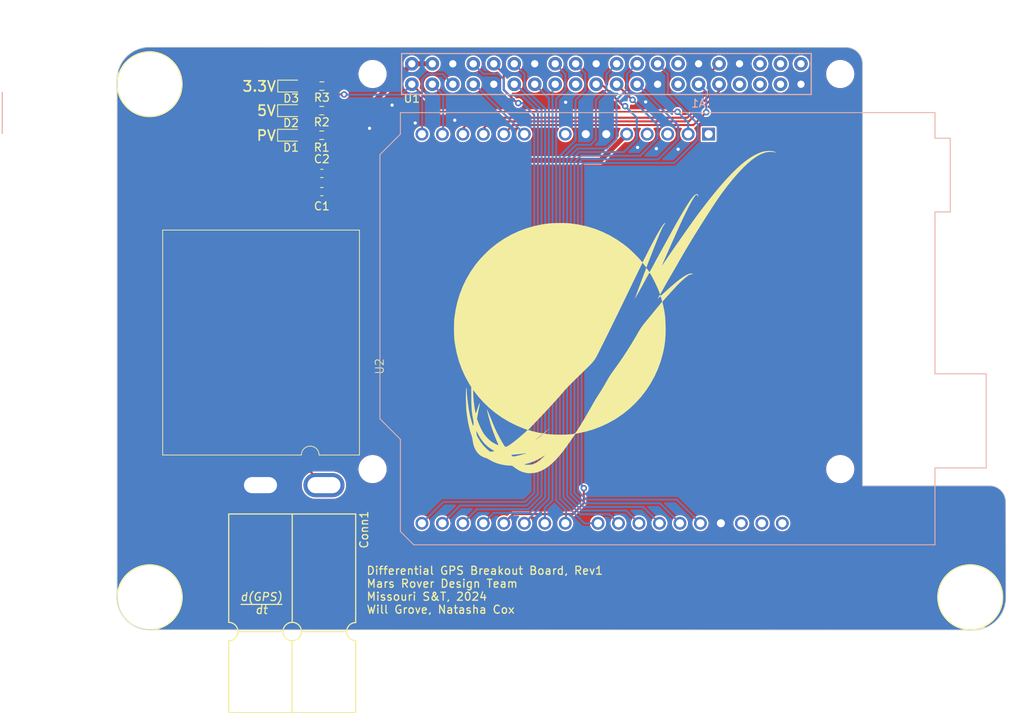
<source format=kicad_pcb>
(kicad_pcb (version 20221018) (generator pcbnew)
  (layers (0 "F.Cu" signal) (31 "B.Cu" signal) (34 "B.Paste" user) (35 "F.Paste" user) (36 "B.SilkS" user "B.Silkscreen") (37 "F.SilkS" user "F.Silkscreen") (38 "B.Mask" user) (39 "F.Mask" user) (44 "Edge.Cuts" user))
  (net 0 "")
  (net 2 "+3V3")
  (net 5 "+5V")
  (net 6 "GND")
  (net 8 "A0")
  (net 9 "A1")
  (net 10 "A2")
  (net 11 "A3")
  (net 12 "A4")
  (net 13 "A5")
  (net 14 "D0")
  (net 15 "D1")
  (net 16 "D2")
  (net 17 "D3")
  (net 18 "D4")
  (net 19 "D5")
  (net 20 "D6")
  (net 21 "D7")
  (net 22 "D8")
  (net 23 "D9")
  (net 24 "D10")
  (net 25 "D11")
  (net 26 "D12")
  (net 27 "D13")
  (net 31 "Net-(D1-A)")
  (net 32 "Net-(D2-A)")
  (net 33 "Net-(D3-A)")
  (net 34 "VCC")
  (footprint "MRDT_Drill_Holes:4_40_Hole_Corner" (layer "F.Cu") (at 45.88188 114.24812)
    (fp_text reference "H1" hide)
    (fp_text value "MountingHole" hide)
    (pad "" np_thru_hole circle (at 4.00812 -4.00812) (size 2.9464 2.9464) (drill 2.9464) (layers "*.Cu" "*.Mask") (clearance 2.5))
  )
  (footprint "MRDT_Connectors:Square_Anderson_2_H_Side_By_Side" (layer "F.Cu") (at 63.077 95.9562 90)
    (fp_text reference "Conn1" (at -5.9 13.4 90) (layer "F.SilkS"))
    (fp_text value "AndersonPP")
    (pad "1" thru_hole oval (at -0.3746 0.55 90) (size 3 5.1) (drill oval 2 4.1) (layers "*.Cu" "*.Mask" "F.Paste") (net 6 "GND"))
    (pad "2" thru_hole oval (at -0.3746 8.424 90) (size 3 5.1) (drill oval 2 4.1) (layers "*.Cu" "*.Mask" "F.Paste") (net 34 "VCC"))
  )
  (footprint "MRDT_Silkscreens:0_MRDT_Logo_40mm" (layer "F.Cu") (at 107.6 74.87)
    (fp_text reference "G***" hide)
    (fp_text value "LOGO" hide)
  )
  (footprint "Diode_SMD:D_0603_1608Metric_Pad1.05x0.95mm_HandSolder" (layer "F.Cu") (at 67.4135 49.8875)
    (fp_text reference "D2" (at 0 1.524) (layer "F.SilkS"))
    (fp_text value "GREEN")
    (pad "1" smd roundrect (at -0.875 0) (size 1.05 0.95) (layers "F.Cu" "F.Paste" "F.Mask") (net 6 "GND"))
    (pad "2" smd roundrect (at 0.875 0) (size 1.05 0.95) (layers "F.Cu" "F.Paste" "F.Mask") (net 32 "Net-(D2-A)"))
  )
  (footprint "Resistor_SMD:R_0603_1608Metric_Pad0.98x0.95mm_HandSolder" (layer "F.Cu") (at 71.2235 52.9355)
    (fp_text reference "R1" (at 0 1.524) (layer "F.SilkS"))
    (fp_text value "3k")
    (pad "1" smd roundrect (at -0.9125 0) (size 0.975 0.95) (layers "F.Cu" "F.Paste" "F.Mask") (net 31 "Net-(D1-A)"))
    (pad "2" smd roundrect (at 0.9125 0) (size 0.975 0.95) (layers "F.Cu" "F.Paste" "F.Mask") (net 34 "VCC"))
  )
  (footprint "Diode_SMD:D_0603_1608Metric_Pad1.05x0.95mm_HandSolder" (layer "F.Cu") (at 67.4135 52.9355)
    (fp_text reference "D1" (at 0 1.524) (layer "F.SilkS"))
    (fp_text value "GREEN")
    (pad "1" smd roundrect (at -0.875 0) (size 1.05 0.95) (layers "F.Cu" "F.Paste" "F.Mask") (net 6 "GND"))
    (pad "2" smd roundrect (at 0.875 0) (size 1.05 0.95) (layers "F.Cu" "F.Paste" "F.Mask") (net 31 "Net-(D1-A)"))
  )
  (footprint "Capacitor_SMD:C_0603_1608Metric_Pad1.08x0.95mm_HandSolder" (layer "F.Cu") (at 71.2375 59.931)
    (fp_text reference "C2" (at 0 -4.034) (layer "F.SilkS"))
    (fp_text value "10uF")
    (pad "1" smd roundrect (at -0.8625 0) (size 1.075 0.95) (layers "F.Cu" "F.Paste" "F.Mask") (net 6 "GND"))
    (pad "2" smd roundrect (at 0.8625 0) (size 1.075 0.95) (layers "F.Cu" "F.Paste" "F.Mask") (net 5 "+5V"))
  )
  (footprint "MRDT_Shields:RaspberryPi_THT_BOTTOM" (layer "F.Cu") (at 31.601 95.889)
    (fp_text reference "U1" (at 50.8 -47.506) (layer "F.SilkS"))
    (fp_text value "Raspberry_Pi")
    (pad "" np_thru_hole circle (at 45.93 -50.546) (size 3 3) (drill 3) (layers "*.Cu" "*.Mask"))
    (pad "" np_thru_hole circle (at 45.93 -1.546) (size 3 3) (drill 3) (layers "*.Cu" "*.Mask"))
    (pad "" np_thru_hole circle (at 103.93 -50.546) (size 3 3) (drill 3) (layers "*.Cu" "*.Mask"))
    (pad "" np_thru_hole circle (at 103.93 -1.546) (size 3 3) (drill 3) (layers "*.Cu" "*.Mask"))
    (pad "1" thru_hole circle (at 50.8 -49.276) (size 1.7 1.7) (drill 0.9) (layers "*.Cu" "*.Mask") (net 2 "+3V3"))
    (pad "2" thru_hole circle (at 50.8 -51.816) (size 1.7 1.7) (drill 0.9) (layers "*.Cu" "*.Mask") (net 5 "+5V"))
    (pad "3" thru_hole circle (at 53.34 -49.276) (size 1.7 1.7) (drill 0.9) (layers "*.Cu" "*.Mask") (net 12 "A4"))
    (pad "4" thru_hole circle (at 53.34 -51.816) (size 1.7 1.7) (drill 0.9) (layers "*.Cu" "*.Mask") (net 5 "+5V"))
    (pad "5" thru_hole circle (at 55.88 -49.276) (size 1.7 1.7) (drill 0.9) (layers "*.Cu" "*.Mask") (net 13 "A5"))
    (pad "6" thru_hole circle (at 55.88 -51.816) (size 1.7 1.7) (drill 0.9) (layers "*.Cu" "*.Mask") (net 6 "GND"))
    (pad "7" thru_hole circle (at 58.42 -49.276) (size 1.7 1.7) (drill 0.9) (layers "*.Cu" "*.Mask") (net 8 "A0"))
    (pad "8" thru_hole circle (at 58.42 -51.816) (size 1.7 1.7) (drill 0.9) (layers "*.Cu" "*.Mask") (net 15 "D1"))
    (pad "9" thru_hole circle (at 60.96 -49.276) (size 1.7 1.7) (drill 0.9) (layers "*.Cu" "*.Mask") (net 6 "GND"))
    (pad "10" thru_hole circle (at 60.96 -51.816) (size 1.7 1.7) (drill 0.9) (layers "*.Cu" "*.Mask") (net 14 "D0"))
    (pad "11" thru_hole circle (at 63.5 -49.276) (size 1.7 1.7) (drill 0.9) (layers "*.Cu" "*.Mask") (net 16 "D2"))
    (pad "12" thru_hole circle (at 63.5 -51.816) (size 1.7 1.7) (drill 0.9) (layers "*.Cu" "*.Mask") (net 17 "D3"))
    (pad "13" thru_hole circle (at 66.04 -49.276) (size 1.7 1.7) (drill 0.9) (layers "*.Cu" "*.Mask") (net 19 "D5"))
    (pad "14" thru_hole circle (at 66.04 -51.816) (size 1.7 1.7) (drill 0.9) (layers "*.Cu" "*.Mask") (net 6 "GND"))
    (pad "15" thru_hole circle (at 68.58 -49.276) (size 1.7 1.7) (drill 0.9) (layers "*.Cu" "*.Mask") (net 20 "D6"))
    (pad "16" thru_hole circle (at 68.58 -51.816) (size 1.7 1.7) (drill 0.9) (layers "*.Cu" "*.Mask") (net 21 "D7"))
    (pad "17" thru_hole circle (at 71.12 -49.276) (size 1.7 1.7) (drill 0.9) (layers "*.Cu" "*.Mask"))
    (pad "18" thru_hole circle (at 71.12 -51.816) (size 1.7 1.7) (drill 0.9) (layers "*.Cu" "*.Mask") (net 22 "D8"))
    (pad "19" thru_hole circle (at 73.66 -49.276) (size 1.7 1.7) (drill 0.9) (layers "*.Cu" "*.Mask") (net 25 "D11"))
    (pad "20" thru_hole circle (at 73.66 -51.816) (size 1.7 1.7) (drill 0.9) (layers "*.Cu" "*.Mask") (net 6 "GND"))
    (pad "21" thru_hole circle (at 76.2 -49.276) (size 1.7 1.7) (drill 0.9) (layers "*.Cu" "*.Mask") (net 26 "D12"))
    (pad "22" thru_hole circle (at 76.2 -51.816) (size 1.7 1.7) (drill 0.9) (layers "*.Cu" "*.Mask") (net 23 "D9"))
    (pad "23" thru_hole circle (at 78.74 -49.276) (size 1.7 1.7) (drill 0.9) (layers "*.Cu" "*.Mask") (net 27 "D13"))
    (pad "24" thru_hole circle (at 78.74 -51.816) (size 1.7 1.7) (drill 0.9) (layers "*.Cu" "*.Mask") (net 24 "D10"))
    (pad "25" thru_hole circle (at 81.28 -49.276) (size 1.7 1.7) (drill 0.9) (layers "*.Cu" "*.Mask") (net 6 "GND"))
    (pad "26" thru_hole circle (at 81.28 -51.816) (size 1.7 1.7) (drill 0.9) (layers "*.Cu" "*.Mask") (net 18 "D4"))
    (pad "27" thru_hole circle (at 83.82 -49.276) (size 1.7 1.7) (drill 0.9) (layers "*.Cu" "*.Mask"))
    (pad "28" thru_hole circle (at 83.82 -51.816) (size 1.7 1.7) (drill 0.9) (layers "*.Cu" "*.Mask"))
    (pad "29" thru_hole circle (at 86.36 -49.276) (size 1.7 1.7) (drill 0.9) (layers "*.Cu" "*.Mask") (net 9 "A1"))
    (pad "30" thru_hole circle (at 86.36 -51.816) (size 1.7 1.7) (drill 0.9) (layers "*.Cu" "*.Mask") (net 6 "GND"))
    (pad "31" thru_hole circle (at 88.9 -49.276) (size 1.7 1.7) (drill 0.9) (layers "*.Cu" "*.Mask") (net 10 "A2"))
    (pad "32" thru_hole circle (at 88.9 -51.816) (size 1.7 1.7) (drill 0.9) (layers "*.Cu" "*.Mask") (net 11 "A3"))
    (pad "33" thru_hole circle (at 91.44 -49.276) (size 1.7 1.7) (drill 0.9) (layers "*.Cu" "*.Mask"))
    (pad "34" thru_hole circle (at 91.44 -51.816) (size 1.7 1.7) (drill 0.9) (layers "*.Cu" "*.Mask") (net 6 "GND"))
    (pad "35" thru_hole circle (at 93.98 -49.276) (size 1.7 1.7) (drill 0.9) (layers "*.Cu" "*.Mask"))
    (pad "36" thru_hole circle (at 93.98 -51.816) (size 1.7 1.7) (drill 0.9) (layers "*.Cu" "*.Mask"))
    (pad "37" thru_hole circle (at 96.52 -49.276) (size 1.7 1.7) (drill 0.9) (layers "*.Cu" "*.Mask"))
    (pad "38" thru_hole circle (at 96.52 -51.816) (size 1.7 1.7) (drill 0.9) (layers "*.Cu" "*.Mask"))
    (pad "39" thru_hole circle (at 99.06 -49.276) (size 1.7 1.7) (drill 0.9) (layers "*.Cu" "*.Mask") (net 6 "GND"))
    (pad "40" thru_hole circle (at 99.06 -51.816) (size 1.7 1.7) (drill 0.9) (layers "*.Cu" "*.Mask"))
  )
  (footprint "MRDT_Drill_Holes:4_40_Hole_Corner" (layer "F.Cu") (at 53.8857 50.6157 90)
    (fp_text reference "H2" hide)
    (fp_text value "MountingHole" hide)
    (pad "" np_thru_hole circle (at 4.00812 -4.00812 90) (size 2.9464 2.9464) (drill 2.9464) (layers "*.Cu" "*.Mask") (clearance 2.5))
  )
  (footprint "Diode_SMD:D_0603_1608Metric_Pad1.05x0.95mm_HandSolder" (layer "F.Cu") (at 67.43225 46.8395)
    (fp_text reference "D3" (at 0 1.524) (layer "F.SilkS"))
    (fp_text value "GREEN")
    (pad "1" smd roundrect (at -0.875 0) (size 1.05 0.95) (layers "F.Cu" "F.Paste" "F.Mask") (net 6 "GND"))
    (pad "2" smd roundrect (at 0.875 0) (size 1.05 0.95) (layers "F.Cu" "F.Paste" "F.Mask") (net 33 "Net-(D3-A)"))
  )
  (footprint "Resistor_SMD:R_0603_1608Metric_Pad0.98x0.95mm_HandSolder" (layer "F.Cu") (at 71.2235 49.8875 180)
    (fp_text reference "R2" (at 0 -1.43) (layer "F.SilkS"))
    (fp_text value "300")
    (pad "1" smd roundrect (at -0.9125 0 180) (size 0.975 0.95) (layers "F.Cu" "F.Paste" "F.Mask") (net 5 "+5V"))
    (pad "2" smd roundrect (at 0.9125 0 180) (size 0.975 0.95) (layers "F.Cu" "F.Paste" "F.Mask") (net 32 "Net-(D2-A)"))
  )
  (footprint "MRDT_Drill_Holes:4_40_Hole_Corner" (layer "F.Cu") (at 155.6653 114.24412 90)
    (fp_text reference "H3" hide)
    (fp_text value "MountingHole" hide)
    (pad "" np_thru_hole circle (at 4.00812 -4.00812 90) (size 2.9464 2.9464) (drill 2.9464) (layers "*.Cu" "*.Mask") (clearance 2.5))
  )
  (footprint "Capacitor_SMD:C_0603_1608Metric_Pad1.08x0.95mm_HandSolder" (layer "F.Cu") (at 71.2375 57.675 180)
    (fp_text reference "C1" (at 0 -4.064) (layer "F.SilkS"))
    (fp_text value "10uF")
    (pad "1" smd roundrect (at -0.8625 0 180) (size 1.075 0.95) (layers "F.Cu" "F.Paste" "F.Mask") (net 34 "VCC"))
    (pad "2" smd roundrect (at 0.8625 0 180) (size 1.075 0.95) (layers "F.Cu" "F.Paste" "F.Mask") (net 6 "GND"))
  )
  (footprint "SHHD003A04A41:SHHD003A0A-SRZ" (layer "F.Cu") (at 78.9 81.6 90)
    (fp_text reference "U2" (at 0 -0.5 90 unlocked) (layer "F.SilkS") (effects (font (thickness 0.1))))
    (fp_text value "~")
    (pad "1" smd circle (at -7.199999 -12.694519 90) (size 1.9 1.9) (layers "F.Cu" "F.Paste" "F.Mask") (net 34 "VCC"))
    (pad "2" smd circle (at -7.2 -17.8 90) (size 1.9 1.9) (layers "F.Cu" "F.Paste" "F.Mask") (net 6 "GND"))
    (pad "3" smd circle (at -7.2 -25.4 90) (size 1.9 1.9) (layers "F.Cu" "F.Paste" "F.Mask") (net 6 "GND"))
    (pad "4" smd circle (at 13.1 -25.4 90) (size 1.9 1.9) (layers "F.Cu" "F.Paste" "F.Mask") (net 6 "GND"))
    (pad "5" smd circle (at 13.1064 -15.2654 90) (size 1.9 1.9) (layers "F.Cu" "F.Paste" "F.Mask"))
    (pad "6" smd circle (at 13.1064 -5.078376 90) (size 1.9 1.9) (layers "F.Cu" "F.Paste" "F.Mask") (net 5 "+5V"))
  )
  (footprint "Resistor_SMD:R_0603_1608Metric_Pad0.98x0.95mm_HandSolder" (layer "F.Cu") (at 71.24225 46.8395 180)
    (fp_text reference "R3" (at 0 -1.43) (layer "F.SilkS"))
    (fp_text value "100")
    (pad "1" smd roundrect (at -0.9125 0 180) (size 0.975 0.95) (layers "F.Cu" "F.Paste" "F.Mask") (net 2 "+3V3"))
    (pad "2" smd roundrect (at 0.9125 0 180) (size 0.975 0.95) (layers "F.Cu" "F.Paste" "F.Mask") (net 33 "Net-(D3-A)"))
  )
  (footprint "Module:Arduino_UNO_R3" (layer "B.Cu") (at 119.21 52.8 180)
    (fp_text reference "A1" (at 1.27 3.81) (layer "B.SilkS") (effects (justify mirror)))
    (fp_text value "Arduino_UNO_R3")
    (pad "1" thru_hole rect (at 0 0 90) (size 1.6 1.6) (drill 1) (layers "*.Cu" "*.Mask"))
    (pad "2" thru_hole oval (at 2.54 0 90) (size 1.6 1.6) (drill 1) (layers "*.Cu" "*.Mask") (net 2 "+3V3"))
    (pad "3" thru_hole oval (at 5.08 0 90) (size 1.6 1.6) (drill 1) (layers "*.Cu" "*.Mask"))
    (pad "4" thru_hole oval (at 7.62 0 90) (size 1.6 1.6) (drill 1) (layers "*.Cu" "*.Mask"))
    (pad "5" thru_hole oval (at 10.16 0 90) (size 1.6 1.6) (drill 1) (layers "*.Cu" "*.Mask") (net 5 "+5V"))
    (pad "6" thru_hole oval (at 12.7 0 90) (size 1.6 1.6) (drill 1) (layers "*.Cu" "*.Mask") (net 6 "GND"))
    (pad "7" thru_hole oval (at 15.24 0 90) (size 1.6 1.6) (drill 1) (layers "*.Cu" "*.Mask") (net 6 "GND"))
    (pad "8" thru_hole oval (at 17.78 0 90) (size 1.6 1.6) (drill 1) (layers "*.Cu" "*.Mask"))
    (pad "9" thru_hole oval (at 22.86 0 90) (size 1.6 1.6) (drill 1) (layers "*.Cu" "*.Mask") (net 8 "A0"))
    (pad "10" thru_hole oval (at 25.4 0 90) (size 1.6 1.6) (drill 1) (layers "*.Cu" "*.Mask") (net 9 "A1"))
    (pad "11" thru_hole oval (at 27.94 0 90) (size 1.6 1.6) (drill 1) (layers "*.Cu" "*.Mask") (net 10 "A2"))
    (pad "12" thru_hole oval (at 30.48 0 90) (size 1.6 1.6) (drill 1) (layers "*.Cu" "*.Mask") (net 11 "A3"))
    (pad "13" thru_hole oval (at 33.02 0 90) (size 1.6 1.6) (drill 1) (layers "*.Cu" "*.Mask") (net 12 "A4"))
    (pad "14" thru_hole oval (at 35.56 0 90) (size 1.6 1.6) (drill 1) (layers "*.Cu" "*.Mask") (net 13 "A5"))
    (pad "15" thru_hole oval (at 35.56 -48.26 90) (size 1.6 1.6) (drill 1) (layers "*.Cu" "*.Mask") (net 14 "D0"))
    (pad "16" thru_hole oval (at 33.02 -48.26 90) (size 1.6 1.6) (drill 1) (layers "*.Cu" "*.Mask") (net 15 "D1"))
    (pad "17" thru_hole oval (at 30.48 -48.26 90) (size 1.6 1.6) (drill 1) (layers "*.Cu" "*.Mask") (net 16 "D2"))
    (pad "18" thru_hole oval (at 27.94 -48.26 90) (size 1.6 1.6) (drill 1) (layers "*.Cu" "*.Mask") (net 17 "D3"))
    (pad "19" thru_hole oval (at 25.4 -48.26 90) (size 1.6 1.6) (drill 1) (layers "*.Cu" "*.Mask") (net 18 "D4"))
    (pad "20" thru_hole oval (at 22.86 -48.26 90) (size 1.6 1.6) (drill 1) (layers "*.Cu" "*.Mask") (net 19 "D5"))
    (pad "21" thru_hole oval (at 20.32 -48.26 90) (size 1.6 1.6) (drill 1) (layers "*.Cu" "*.Mask") (net 20 "D6"))
    (pad "22" thru_hole oval (at 17.78 -48.26 90) (size 1.6 1.6) (drill 1) (layers "*.Cu" "*.Mask") (net 21 "D7"))
    (pad "23" thru_hole oval (at 13.72 -48.26 90) (size 1.6 1.6) (drill 1) (layers "*.Cu" "*.Mask") (net 22 "D8"))
    (pad "24" thru_hole oval (at 11.18 -48.26 90) (size 1.6 1.6) (drill 1) (layers "*.Cu" "*.Mask") (net 23 "D9"))
    (pad "25" thru_hole oval (at 8.64 -48.26 90) (size 1.6 1.6) (drill 1) (layers "*.Cu" "*.Mask") (net 24 "D10"))
    (pad "26" thru_hole oval (at 6.1 -48.26 90) (size 1.6 1.6) (drill 1) (layers "*.Cu" "*.Mask") (net 25 "D11"))
    (pad "27" thru_hole oval (at 3.56 -48.26 90) (size 1.6 1.6) (drill 1) (layers "*.Cu" "*.Mask") (net 26 "D12"))
    (pad "28" thru_hole oval (at 1.02 -48.26 90) (size 1.6 1.6) (drill 1) (layers "*.Cu" "*.Mask") (net 27 "D13"))
    (pad "29" thru_hole oval (at -1.52 -48.26 90) (size 1.6 1.6) (drill 1) (layers "*.Cu" "*.Mask") (net 6 "GND"))
    (pad "30" thru_hole oval (at -4.06 -48.26 90) (size 1.6 1.6) (drill 1) (layers "*.Cu" "*.Mask"))
    (pad "31" thru_hole oval (at -6.6 -48.26 90) (size 1.6 1.6) (drill 1) (layers "*.Cu" "*.Mask"))
    (pad "32" thru_hole oval (at -9.14 -48.26 90) (size 1.6 1.6) (drill 1) (layers "*.Cu" "*.Mask"))
  )
  (gr_line (start 61.214 111.125) (end 66.294 111.125) (stroke (width 0.15)) (layer "F.SilkS"))
  (gr_line (start 136.271 42.037) (end 49.786779 42.011492) (stroke (width 0.1)) (layer "Edge.Cuts"))
  (gr_arc (start 154.05 96.4) (mid 155.481777 97.00357) (end 156.049375 98.449984) (stroke (width 0.1)) (layer "Edge.Cuts"))
  (gr_arc (start 49.85 114.2632) (mid 47.012239 113.087761) (end 45.8368 110.25) (stroke (width 0.1)) (layer "Edge.Cuts"))
  (gr_line (start 134.4168 114.3) (end 49.85 114.2632) (stroke (width 0.1)) (layer "Edge.Cuts"))
  (gr_line (start 138.3 96.4) (end 138.303 44.069) (stroke (width 0.1)) (layer "Edge.Cuts"))
  (gr_arc (start 156.0757 110.2868) (mid 154.900261 113.124561) (end 152.0625 114.3) (stroke (width 0.1)) (layer "Edge.Cuts"))
  (gr_arc (start 45.836801 46.1404) (mid 46.944978 43.246698) (end 49.786779 42.011492) (stroke (width 0.1)) (layer "Edge.Cuts"))
  (gr_arc (start 136.271 42.037) (mid 137.707841 42.632159) (end 138.303 44.069) (stroke (width 0.1)) (layer "Edge.Cuts"))
  (gr_line (start 156.0757 110.2868) (end 156.049375 98.449984) (stroke (width 0.1)) (layer "Edge.Cuts"))
  (gr_line (start 134.4168 114.3) (end 152.0625 114.3) (stroke (width 0.1)) (layer "Edge.Cuts"))
  (gr_line (start 45.8368 46.1404) (end 45.8368 110.25) (stroke (width 0.1)) (layer "Edge.Cuts"))
  (gr_line (start 154.05 96.4) (end 138.3 96.4) (stroke (width 0.1)) (layer "Edge.Cuts"))
  (gr_text "Differential GPS Breakout Board, Rev1\nMars Rover Design Team\nMissouri S&T, 2024\nWill Grove, Natasha Cox\n" (at 76.708 109.347) (layer "F.SilkS") (effects (font (size 1 1)) (justify left)))
  (gr_text "PV" (at 64.35 52.975) (layer "F.SilkS") (effects (font (size 1.27 1.27) (thickness 0.2032))))
  (gr_text "5V" (at 64.3655 49.8875) (layer "F.SilkS") (effects (font (size 1.27 1.27) (thickness 0.2032))))
  (gr_text "d(GPS)\ndt" (at 63.754 110.998) (layer "F.SilkS") (effects (font (size 1 1) (thickness 0.15) italic)))
  (gr_text "3.3V" (at 63.475 46.875) (layer "F.SilkS") (effects (font (size 1.27 1.27) (thickness 0.2032))))
  (segment (start 73.19025 47.875) (end 72.15475 46.8395) (width 0.254) (layer "F.Cu") (net 2))
  (segment (start 85.838 50.05) (end 82.401 46.613) (width 0.254) (layer "F.Cu") (net 2))
  (segment (start 115.3385 50.05) (end 85.838 50.05) (width 0.254) (layer "F.Cu") (net 2))
  (segment (start 115.35 50.0385) (end 115.3385 50.05) (width 0.254) (layer "F.Cu") (net 2))
  (segment (start 74 47.875) (end 73.19025 47.875) (width 0.254) (layer "F.Cu") (net 2))
  (segment (start 72.15475 46.8395) (end 72.53325 47.218) (width 0.25) (layer "F.Cu") (net 2))
  (via (at 74 47.875) (size 0.8) (drill 0.4) (layers "F.Cu" "B.Cu") (net 2))
  (via (at 115.35 50.0385) (size 0.8) (drill 0.4) (layers "F.Cu" "B.Cu") (net 2))
  (segment (start 116.67 51.3585) (end 116.67 52.8) (width 0.254) (layer "B.Cu") (net 2))
  (segment (start 74.025 47.9) (end 81.114 47.9) (width 0.254) (layer "B.Cu") (net 2))
  (segment (start 115.35 50.0385) (end 116.67 51.3585) (width 0.254) (layer "B.Cu") (net 2))
  (segment (start 81.114 47.9) (end 82.401 46.613) (width 0.254) (layer "B.Cu") (net 2))
  (segment (start 74 47.875) (end 74.025 47.9) (width 0.254) (layer "B.Cu") (net 2))
  (segment (start 72.1 59.925) (end 72.1 59.931) (width 0.635) (layer "F.Cu") (net 5))
  (segment (start 76.5865 49.8875) (end 82.401 44.073) (width 0.635) (layer "F.Cu") (net 5))
  (segment (start 74.9 54.575) (end 74.9 51.574) (width 0.635) (layer "F.Cu") (net 5))
  (segment (start 84.941 44.073) (end 82.401 44.073) (width 0.635) (layer "F.Cu") (net 5))
  (segment (start 72.1 66.771976) (end 72.1 59.931) (width 0.635) (layer "F.Cu") (net 5))
  (segment (start 72.136 49.8875) (end 76.5865 49.8875) (width 0.635) (layer "F.Cu") (net 5))
  (segment (start 74.9 54.575) (end 74.9 57.125) (width 0.635) (layer "F.Cu") (net 5))
  (segment (start 74.9 51.574) (end 76.5865 49.8875) (width 0.635) (layer "F.Cu") (net 5))
  (segment (start 109.05 52.8) (end 105.8 56.05) (width 0.635) (layer "F.Cu") (net 5))
  (segment (start 74.9 57.125) (end 72.1 59.925) (width 0.635) (layer "F.Cu") (net 5))
  (segment (start 75.975 56.05) (end 74.9 57.125) (width 0.635) (layer "F.Cu") (net 5))
  (segment (start 105.8 56.05) (end 75.975 56.05) (width 0.635) (layer "F.Cu") (net 5))
  (segment (start 73.821624 68.4936) (end 72.1 66.771976) (width 0.635) (layer "F.Cu") (net 5))
  (via (at 110.4 54.45) (size 0.8) (drill 0.4) (layers "F.Cu" "B.Cu") (net 6))
  (via (at 112.725 54.6) (size 0.8) (drill 0.4) (layers "F.Cu" "B.Cu") (net 6))
  (via (at 101.475 48.85) (size 0.8) (drill 0.4) (layers "F.Cu" "B.Cu") (net 6))
  (via (at 87.725 51.075) (size 0.8) (drill 0.4) (layers "F.Cu" "B.Cu") (net 6))
  (via (at 111.4 48.8) (size 0.8) (drill 0.4) (layers "F.Cu" "B.Cu") (net 6))
  (via (at 79.95 49.2) (size 0.8) (drill 0.4) (layers "F.Cu" "B.Cu") (net 6))
  (via (at 77.15 52.075) (size 0.8) (drill 0.4) (layers "F.Cu" "B.Cu") (net 6))
  (via (at 115.425 54.675) (size 0.8) (drill 0.4) (layers "F.Cu" "B.Cu") (net 6))
  (via (at 82.825 51.425) (size 0.8) (drill 0.4) (layers "F.Cu" "B.Cu") (net 6))
  (segment (start 96.35 52.8) (end 90.163 46.613) (width 0.254) (layer "B.Cu") (net 8))
  (segment (start 90.163 46.613) (end 90.021 46.613) (width 0.254) (layer "B.Cu") (net 8))
  (segment (start 118.913714 50.088714) (end 117.329428 51.673) (width 0.254) (layer "F.Cu") (net 9))
  (segment (start 106.050294 51.673) (end 106.048294 51.675) (width 0.254) (layer "F.Cu") (net 9))
  (segment (start 104.429706 51.673) (end 94.937 51.673) (width 0.254) (layer "F.Cu") (net 9))
  (segment (start 94.937 51.673) (end 93.81 52.8) (width 0.254) (layer "F.Cu") (net 9))
  (segment (start 104.431706 51.675) (end 104.429706 51.673) (width 0.254) (layer "F.Cu") (net 9))
  (segment (start 117.329428 51.673) (end 106.050294 51.673) (width 0.254) (layer "F.Cu") (net 9))
  (segment (start 106.048294 51.675) (end 104.431706 51.675) (width 0.254) (layer "F.Cu") (net 9))
  (via (at 118.913714 50.088714) (size 0.8) (drill 0.4) (layers "F.Cu" "B.Cu") (net 9))
  (segment (start 118.913714 50.088714) (end 118.913714 47.565714) (width 0.25) (layer "B.Cu") (net 9))
  (segment (start 118.913714 47.565714) (end 117.961 46.613) (width 0.25) (layer "B.Cu") (net 9))
  (segment (start 120.501 47.474) (end 120.501 46.613) (width 0.254) (layer "F.Cu") (net 10))
  (segment (start 116.756 51.219) (end 120.501 47.474) (width 0.254) (layer "F.Cu") (net 10))
  (segment (start 104.619759 51.221) (end 105.860241 51.221) (width 0.254) (layer "F.Cu") (net 10))
  (segment (start 105.862241 51.219) (end 116.756 51.219) (width 0.254) (layer "F.Cu") (net 10))
  (segment (start 105.860241 51.221) (end 105.862241 51.219) (width 0.254) (layer "F.Cu") (net 10))
  (segment (start 91.27 52.09) (end 92.141 51.219) (width 0.254) (layer "F.Cu") (net 10))
  (segment (start 91.27 52.8) (end 91.27 52.09) (width 0.254) (layer "F.Cu") (net 10))
  (segment (start 92.141 51.219) (end 104.617759 51.219) (width 0.254) (layer "F.Cu") (net 10))
  (segment (start 104.617759 51.219) (end 104.619759 51.221) (width 0.254) (layer "F.Cu") (net 10))
  (segment (start 90.055 50.765) (end 116.567948 50.765) (width 0.254) (layer "F.Cu") (net 11))
  (segment (start 88.73 52.09) (end 90.055 50.765) (width 0.254) (layer "F.Cu") (net 11))
  (segment (start 119.225 45.349) (end 120.501 44.073) (width 0.254) (layer "F.Cu") (net 11))
  (segment (start 119.225 48.107948) (end 119.225 45.349) (width 0.254) (layer "F.Cu") (net 11))
  (segment (start 88.73 52.8) (end 88.73 52.09) (width 0.254) (layer "F.Cu") (net 11))
  (segment (start 116.567948 50.765) (end 119.225 48.107948) (width 0.254) (layer "F.Cu") (net 11))
  (segment (start 86.28 47.952) (end 84.941 46.613) (width 0.254) (layer "B.Cu") (net 12))
  (segment (start 86.19 52.8) (end 86.28 52.71) (width 0.254) (layer "B.Cu") (net 12))
  (segment (start 86.28 52.71) (end 86.28 47.952) (width 0.254) (layer "B.Cu") (net 12))
  (segment (start 83.675 52.775) (end 83.675 46) (width 0.254) (layer "B.Cu") (net 13))
  (segment (start 86.218 45.35) (end 87.481 46.613) (width 0.254) (layer "B.Cu") (net 13))
  (segment (start 84.325 45.35) (end 86.218 45.35) (width 0.254) (layer "B.Cu") (net 13))
  (segment (start 83.675 46) (end 84.325 45.35) (width 0.254) (layer "B.Cu") (net 13))
  (segment (start 83.65 52.8) (end 83.675 52.775) (width 0.254) (layer "B.Cu") (net 13))
  (segment (start 93.8 47.3) (end 93.8 45.312) (width 0.254) (layer "F.Cu") (net 14))
  (segment (start 95.6 48.95) (end 95.45 48.95) (width 0.254) (layer "F.Cu") (net 14))
  (segment (start 95.45 48.95) (end 93.8 47.3) (width 0.254) (layer "F.Cu") (net 14))
  (segment (start 93.8 45.312) (end 92.561 44.073) (width 0.254) (layer "F.Cu") (net 14))
  (via (at 95.6 48.95) (size 0.8) (drill 0.4) (layers "F.Cu" "B.Cu") (net 14))
  (segment (start 97.579 50.404) (end 97.579 97.27949) (width 0.254) (layer "B.Cu") (net 14))
  (segment (start 95.6 48.95) (end 96.125 48.95) (width 0.254) (layer "B.Cu") (net 14))
  (segment (start 86.297 98.413) (end 83.65 101.06) (width 0.254) (layer "B.Cu") (net 14))
  (segment (start 96.125 48.95) (end 97.579 50.404) (width 0.254) (layer "B.Cu") (net 14))
  (segment (start 97.579 97.27949) (end 96.44549 98.413) (width 0.254) (layer "B.Cu") (net 14))
  (segment (start 96.44549 98.413) (end 86.297 98.413) (width 0.254) (layer "B.Cu") (net 14))
  (segment (start 93.131194 45.325) (end 91.273 45.325) (width 0.254) (layer "B.Cu") (net 15))
  (segment (start 98.033 49.992104) (end 96.040896 48) (width 0.254) (layer "B.Cu") (net 15))
  (segment (start 91.273 45.325) (end 90.021 44.073) (width 0.254) (layer "B.Cu") (net 15))
  (segment (start 86.19 101.06) (end 88.383 98.867) (width 0.254) (layer "B.Cu") (net 15))
  (segment (start 93.8 45.993806) (end 93.131194 45.325) (width 0.254) (layer "B.Cu") (net 15))
  (segment (start 94.5 48) (end 93.8 47.3) (width 0.254) (layer "B.Cu") (net 15))
  (segment (start 98.033 97.467542) (end 98.033 49.992104) (width 0.254) (layer "B.Cu") (net 15))
  (segment (start 96.040896 48) (end 94.5 48) (width 0.254) (layer "B.Cu") (net 15))
  (segment (start 88.383 98.867) (end 96.633542 98.867) (width 0.254) (layer "B.Cu") (net 15))
  (segment (start 96.633542 98.867) (end 98.033 97.467542) (width 0.254) (layer "B.Cu") (net 15))
  (segment (start 93.8 47.3) (end 93.8 45.993806) (width 0.254) (layer "B.Cu") (net 15))
  (segment (start 98.487 49.804052) (end 95.295948 46.613) (width 0.254) (layer "B.Cu") (net 16))
  (segment (start 95.295948 46.613) (end 95.101 46.613) (width 0.254) (layer "B.Cu") (net 16))
  (segment (start 90.469 99.321) (end 96.821594 99.321) (width 0.254) (layer "B.Cu") (net 16))
  (segment (start 88.73 101.06) (end 90.469 99.321) (width 0.254) (layer "B.Cu") (net 16))
  (segment (start 96.821594 99.321) (end 98.487 97.655594) (width 0.254) (layer "B.Cu") (net 16))
  (segment (start 98.487 97.655594) (end 98.487 49.804052) (width 0.254) (layer "B.Cu") (net 16))
  (segment (start 91.27 101.06) (end 92.555 99.775) (width 0.254) (layer "B.Cu") (net 17))
  (segment (start 96.375 45.347) (end 95.101 44.073) (width 0.254) (layer "B.Cu") (net 17))
  (segment (start 96.375 47.05) (end 96.375 45.347) (width 0.254) (layer "B.Cu") (net 17))
  (segment (start 98.941 97.843646) (end 98.941 49.616) (width 0.254) (layer "B.Cu") (net 17))
  (segment (start 98.941 49.616) (end 96.375 47.05) (width 0.254) (layer "B.Cu") (net 17))
  (segment (start 92.555 99.775) (end 97.009646 99.775) (width 0.254) (layer "B.Cu") (net 17))
  (segment (start 97.009646 99.775) (end 98.941 97.843646) (width 0.254) (layer "B.Cu") (net 17))
  (segment (start 94.945 99.925) (end 102.375 99.925) (width 0.25) (layer "F.Cu") (net 18))
  (segment (start 103.7295 98.5705) (end 103.7295 96.713805) (width 0.25) (layer "F.Cu") (net 18))
  (segment (start 102.375 99.925) (end 103.7295 98.5705) (width 0.25) (layer "F.Cu") (net 18))
  (segment (start 93.81 101.06) (end 94.945 99.925) (width 0.25) (layer "F.Cu") (net 18))
  (via (at 103.7295 96.713805) (size 0.8) (drill 0.4) (layers "F.Cu" "B.Cu") (net 18))
  (segment (start 103.455 96.439305) (end 103.455 56.631396) (width 0.25) (layer "B.Cu") (net 18))
  (segment (start 117.875 53.45) (end 117.875 51.538195) (width 0.25) (layer "B.Cu") (net 18))
  (segment (start 114.15 47.813195) (end 114.15 45.342) (width 0.25) (layer "B.Cu") (net 18))
  (segment (start 114.95 56.375) (end 117.875 53.45) (width 0.25) (layer "B.Cu") (net 18))
  (segment (start 103.7295 96.713805) (end 103.455 96.439305) (width 0.25) (layer "B.Cu") (net 18))
  (segment (start 114.15 45.342) (end 112.881 44.073) (width 0.25) (layer "B.Cu") (net 18))
  (segment (start 103.711396 56.375) (end 114.95 56.375) (width 0.25) (layer "B.Cu") (net 18))
  (segment (start 103.455 56.631396) (end 103.711396 56.375) (width 0.25) (layer "B.Cu") (net 18))
  (segment (start 117.875 51.538195) (end 114.15 47.813195) (width 0.25) (layer "B.Cu") (net 18))
  (segment (start 96.366698 101.06) (end 99.395 98.031698) (width 0.254) (layer "B.Cu") (net 19))
  (segment (start 99.395 98.031698) (end 99.395 48.367) (width 0.254) (layer "B.Cu") (net 19))
  (segment (start 96.35 101.06) (end 96.366698 101.06) (width 0.254) (layer "B.Cu") (net 19))
  (segment (start 99.395 48.367) (end 97.641 46.613) (width 0.254) (layer "B.Cu") (net 19))
  (segment (start 99.849 46.945) (end 100.181 46.613) (width 0.254) (layer "B.Cu") (net 20))
  (segment (start 98.89 101.06) (end 98.89 99.17875) (width 0.254) (layer "B.Cu") (net 20))
  (segment (start 99.849 98.21975) (end 99.849 46.945) (width 0.254) (layer "B.Cu") (net 20))
  (segment (start 98.89 99.17875) (end 99.849 98.21975) (width 0.254) (layer "B.Cu") (net 20))
  (segment (start 101.45 47.275) (end 100.303 48.422) (width 0.254) (layer "B.Cu") (net 21))
  (segment (start 101.45 45.342) (end 101.45 47.275) (width 0.254) (layer "B.Cu") (net 21))
  (segment (start 101.525 99.443208) (end 101.525 100.965) (width 0.254) (layer "B.Cu") (net 21))
  (segment (start 100.303 98.221208) (end 101.525 99.443208) (width 0.254) (layer "B.Cu") (net 21))
  (segment (start 101.525 100.965) (end 101.43 101.06) (width 0.254) (layer "B.Cu") (net 21))
  (segment (start 100.181 44.073) (end 101.45 45.342) (width 0.254) (layer "B.Cu") (net 21))
  (segment (start 100.303 48.422) (end 100.303 98.221208) (width 0.254) (layer "B.Cu") (net 21))
  (segment (start 103.925 45.277) (end 103.925 47.35) (width 0.25) (layer "B.Cu") (net 22))
  (segment (start 103.925 47.35) (end 102.7 48.575) (width 0.25) (layer "B.Cu") (net 22))
  (segment (start 102.7 48.575) (end 102.7 53.55) (width 0.25) (layer "B.Cu") (net 22))
  (segment (start 102.721 44.073) (end 103.925 45.277) (width 0.25) (layer "B.Cu") (net 22))
  (segment (start 103.785 101.06) (end 105.49 101.06) (width 0.25) (layer "B.Cu") (net 22))
  (segment (start 100.755 55.495) (end 100.755 98.03) (width 0.25) (layer "B.Cu") (net 22))
  (segment (start 102.7 53.55) (end 100.755 55.495) (width 0.25) (layer "B.Cu") (net 22))
  (segment (start 100.755 98.03) (end 103.785 101.06) (width 0.25) (layer "B.Cu") (net 22))
  (segment (start 102.779416 54.125) (end 104.575 54.125) (width 0.25) (layer "B.Cu") (net 23))
  (segment (start 108.03 101.06) (end 106.905 99.935) (width 0.25) (layer "B.Cu") (net 23))
  (segment (start 105.225 48.575) (end 106.525 47.275) (width 0.25) (layer "B.Cu") (net 23))
  (segment (start 103.296396 99.935) (end 101.205 97.843604) (width 0.25) (layer "B.Cu") (net 23))
  (segment (start 106.525 47.275) (end 106.525 45.349) (width 0.25) (layer "B.Cu") (net 23))
  (segment (start 104.575 54.125) (end 105.225 53.475) (width 0.25) (layer "B.Cu") (net 23))
  (segment (start 106.905 99.935) (end 103.296396 99.935) (width 0.25) (layer "B.Cu") (net 23))
  (segment (start 101.205 55.699416) (end 102.779416 54.125) (width 0.25) (layer "B.Cu") (net 23))
  (segment (start 105.225 53.475) (end 105.225 48.575) (width 0.25) (layer "B.Cu") (net 23))
  (segment (start 106.525 45.349) (end 107.801 44.073) (width 0.25) (layer "B.Cu") (net 23))
  (segment (start 101.205 97.843604) (end 101.205 55.699416) (width 0.25) (layer "B.Cu") (net 23))
  (segment (start 108.995 99.485) (end 103.482792 99.485) (width 0.25) (layer "B.Cu") (net 24))
  (segment (start 107.775 48.55) (end 109.075 47.25) (width 0.25) (layer "B.Cu") (net 24))
  (segment (start 102.965812 54.575) (end 106.575 54.575) (width 0.25) (layer "B.Cu") (net 24))
  (segment (start 101.655 97.657208) (end 101.655 55.885812) (width 0.25) (layer "B.Cu") (net 24))
  (segment (start 103.482792 99.485) (end 101.655 97.657208) (width 0.25) (layer "B.Cu") (net 24))
  (segment (start 106.575 54.575) (end 107.775 53.375) (width 0.25) (layer "B.Cu") (net 24))
  (segment (start 110.57 101.06) (end 108.995 99.485) (width 0.25) (layer "B.Cu") (net 24))
  (segment (start 109.075 45.339) (end 110.341 44.073) (width 0.25) (layer "B.Cu") (net 24))
  (segment (start 107.775 53.375) (end 107.775 48.55) (width 0.25) (layer "B.Cu") (net 24))
  (segment (start 101.655 55.885812) (end 102.965812 54.575) (width 0.25) (layer "B.Cu") (net 24))
  (segment (start 109.075 47.25) (end 109.075 45.339) (width 0.25) (layer "B.Cu") (net 24))
  (segment (start 105.938 46.613) (end 105.261 46.613) (width 0.25) (layer "F.Cu") (net 25))
  (segment (start 108.6485 49.3235) (end 105.938 46.613) (width 0.25) (layer "F.Cu") (net 25))
  (segment (start 108.851446 49.3235) (end 108.6485 49.3235) (width 0.25) (layer "F.Cu") (net 25))
  (via (at 108.851446 49.3235) (size 0.8) (drill 0.4) (layers "F.Cu" "B.Cu") (net 25))
  (segment (start 111.085 99.035) (end 113.11 101.06) (width 0.25) (layer "B.Cu") (net 25))
  (segment (start 110.3 50.772054) (end 110.3 53.425) (width 0.25) (layer "B.Cu") (net 25))
  (segment (start 108.851446 49.3235) (end 110.3 50.772054) (width 0.25) (layer "B.Cu") (net 25))
  (segment (start 102.105 56.072208) (end 102.105 97.455) (width 0.25) (layer "B.Cu") (net 25))
  (segment (start 110.3 53.425) (end 108.7 55.025) (width 0.25) (layer "B.Cu") (net 25))
  (segment (start 108.7 55.025) (end 103.152208 55.025) (width 0.25) (layer "B.Cu") (net 25))
  (segment (start 102.105 97.455) (end 103.685 99.035) (width 0.25) (layer "B.Cu") (net 25))
  (segment (start 103.685 99.035) (end 111.085 99.035) (width 0.25) (layer "B.Cu") (net 25))
  (segment (start 103.152208 55.025) (end 102.105 56.072208) (width 0.25) (layer "B.Cu") (net 25))
  (segment (start 109.738 48.55) (end 107.801 46.613) (width 0.25) (layer "F.Cu") (net 26))
  (segment (start 109.775 48.55) (end 109.738 48.55) (width 0.25) (layer "F.Cu") (net 26))
  (via (at 109.775 48.55) (size 0.8) (drill 0.4) (layers "F.Cu" "B.Cu") (net 26))
  (segment (start 103.871396 98.585) (end 102.555 97.268604) (width 0.25) (layer "B.Cu") (net 26))
  (segment (start 102.555 56.258604) (end 103.338604 55.475) (width 0.25) (layer "B.Cu") (net 26))
  (segment (start 112.875 53.325) (end 112.875 51.65) (width 0.25) (layer "B.Cu") (net 26))
  (segment (start 113.175 98.585) (end 103.871396 98.585) (width 0.25) (layer "B.Cu") (net 26))
  (segment (start 115.65 101.06) (end 113.175 98.585) (width 0.25) (layer "B.Cu") (net 26))
  (segment (start 102.555 97.268604) (end 102.555 56.258604) (width 0.25) (layer "B.Cu") (net 26))
  (segment (start 110.725 55.475) (end 112.875 53.325) (width 0.25) (layer "B.Cu") (net 26))
  (segment (start 103.338604 55.475) (end 110.725 55.475) (width 0.25) (layer "B.Cu") (net 26))
  (segment (start 112.875 51.65) (end 109.775 48.55) (width 0.25) (layer "B.Cu") (net 26))
  (segment (start 103.005 97.082208) (end 103.005 56.445) (width 0.25) (layer "B.Cu") (net 27))
  (segment (start 115.425 53.45) (end 115.425 51.697) (width 0.25) (layer "B.Cu") (net 27))
  (segment (start 112.95 55.925) (end 115.425 53.45) (width 0.25) (layer "B.Cu") (net 27))
  (segment (start 104.057792 98.135) (end 103.005 97.082208) (width 0.25) (layer "B.Cu") (net 27))
  (segment (start 103.525 55.925) (end 112.95 55.925) (width 0.25) (layer "B.Cu") (net 27))
  (segment (start 103.005 56.445) (end 103.525 55.925) (width 0.25) (layer "B.Cu") (net 27))
  (segment (start 115.425 51.697) (end 110.341 46.613) (width 0.25) (layer "B.Cu") (net 27))
  (segment (start 115.265 98.135) (end 104.057792 98.135) (width 0.25) (layer "B.Cu") (net 27))
  (segment (start 118.19 101.06) (end 115.265 98.135) (width 0.25) (layer "B.Cu") (net 27))
  (segment (start 70.311 52.9355) (end 68.2885 52.9355) (width 0.25) (layer "F.Cu") (net 31))
  (segment (start 70.311 49.8875) (end 68.2885 49.8875) (width 0.25) (layer "F.Cu") (net 32))
  (segment (start 70.32975 46.8395) (end 68.30725 46.8395) (width 0.25) (layer "F.Cu") (net 33))
  (segment (start 66.205481 61.205481) (end 66.205481 88.799999) (width 0.254) (layer "F.Cu") (net 34))
  (segment (start 72.1 52.9715) (end 72.136 52.9355) (width 0.254) (layer "F.Cu") (net 34))
  (segment (start 71.1 58.675) (end 68.725 58.675) (width 0.254) (layer "F.Cu") (net 34))
  (segment (start 68.725 58.675) (end 66.2 61.2) (width 0.254) (layer "F.Cu") (net 34))
  (segment (start 72.1 57.675) (end 71.1 58.675) (width 0.254) (layer "F.Cu") (net 34))
  (segment (start 72.1 57.675) (end 72.1 52.9715) (width 0.254) (layer "F.Cu") (net 34))
  (segment (start 66.2 61.2) (end 66.205481 61.205481) (width 0.254) (layer "F.Cu") (net 34))
  (segment (start 66.205481 91.035281) (end 66.205481 88.799999) (width 0.254) (layer "F.Cu") (net 34))
  (segment (start 71.501 96.3308) (end 66.205481 91.035281) (width 0.254) (layer "F.Cu") (net 34))
  (zone (net 6) (net_name "GND") (layers "F&B.Cu") (connect_pads yes (clearance 0.127)) (min_thickness 0.254) (fill yes (thermal_gap 0.508) (thermal_bridge_width 0.508))
    (polygon (pts (xy 158.33 117.2) (xy 43.538 117.5) (xy 43.538 36.464) (xy 158.33 36.164)))
  )
)
</source>
